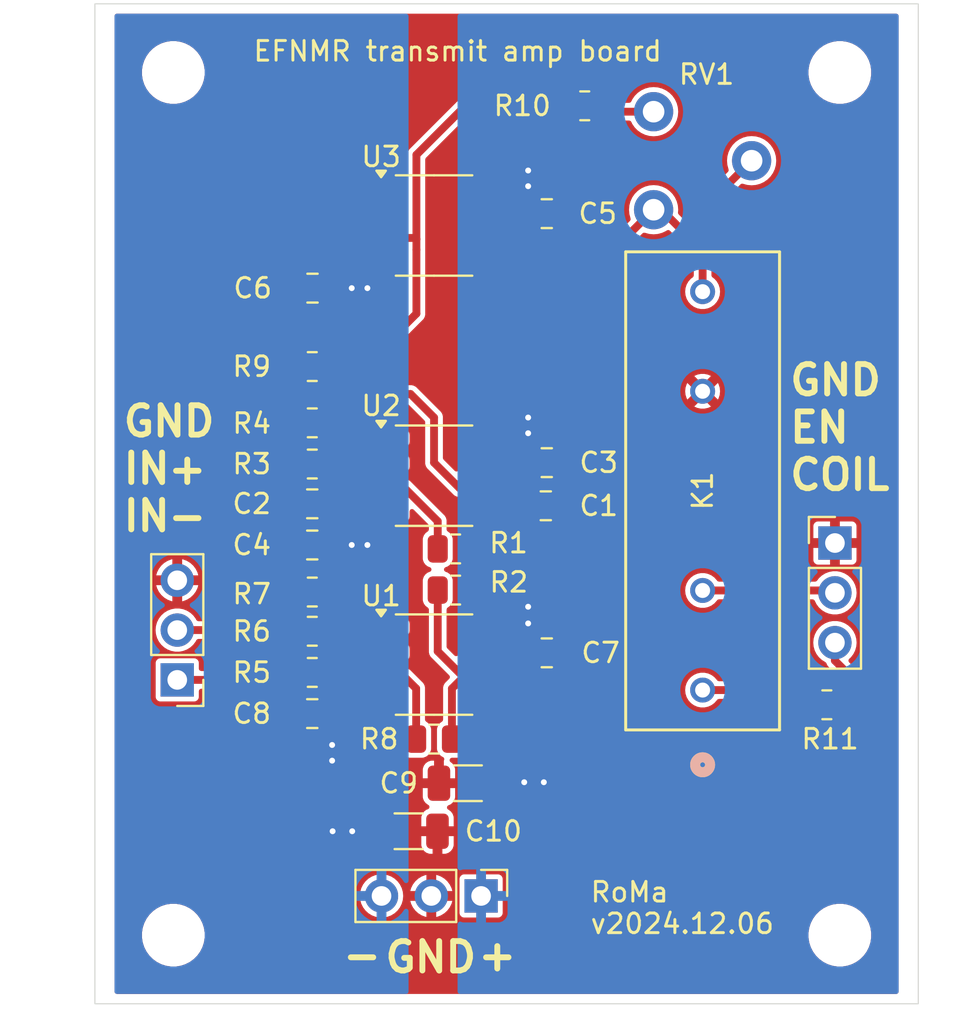
<source format=kicad_pcb>
(kicad_pcb (version 20240108) (generator "pcbnew") (generator_version "8.0")
  (layers (0 "F.Cu" signal) (31 "B.Cu" signal) (34 "B.Paste" user) (35 "F.Paste" user) (36 "B.SilkS" user "B.Silkscreen") (37 "F.SilkS" user "F.Silkscreen") (38 "B.Mask" user) (39 "F.Mask" user) (44 "Edge.Cuts" user))
  (net 0 "")
  (net 1 "Net-(C1-Pad2)")
  (net 2 "Net-(C1-Pad1)")
  (net 3 "Net-(U1-+)")
  (net 4 "GND")
  (net 5 "+9V")
  (net 6 "-9V")
  (net 7 "TX_ENABLE")
  (net 8 "IN_PLUS")
  (net 9 "IN_MINUS")
  (net 10 "TO_COIL")
  (net 11 "Net-(K1-Pad2)")
  (net 12 "Net-(K1-Pad1)")
  (net 13 "Net-(R2-Pad1)")
  (net 14 "Net-(U1--)")
  (net 15 "Net-(U3-+)")
  (net 16 "Net-(U2-+)")
  (net 17 "Net-(R10-Pad2)")
  (net 27 "Net-(U2--)")
  (footprint "Resistor_SMD:R_0805_2012Metric" (layer "F.Cu") (at 150.0875 77)
    (property "Reference" "R7" (at -3.0875 0.1 360) (layer "F.SilkS"))
    (property "Value" "2k")
    (fp_line (start -0.227064 -0.735) (end 0.227064 -0.735) (stroke (width 0.12)) (layer "F.SilkS"))
    (fp_line (start -0.227064 0.735) (end 0.227064 0.735) (stroke (width 0.12)) (layer "F.SilkS"))
    (pad "1" smd roundrect (at -0.9125 0) (size 1.025 1.4) (layers "F.Cu" "F.Paste" "F.Mask") (roundrect_rratio 0.243902) (net 4 "GND"))
    (pad "2" smd roundrect (at 0.9125 0) (size 1.025 1.4) (layers "F.Cu" "F.Paste" "F.Mask") (roundrect_rratio 0.243902) (net 14 "Net-(U1--)"))
  )
  (footprint "Capacitor_SMD:C_1206_3216Metric" (layer "F.Cu") (at 155 89.2 180)
    (property "Reference" "C10" (at -4.325 0 180) (layer "F.SilkS"))
    (property "Value" "1uF")
    (fp_line (start -0.711252 0.91) (end 0.711252 0.91) (stroke (width 0.12)) (layer "F.SilkS"))
    (fp_line (start -0.711252 -0.91) (end 0.711252 -0.91) (stroke (width 0.12)) (layer "F.SilkS"))
    (pad "1" smd roundrect (at -1.475 0 180) (size 1.15 1.8) (layers "F.Cu" "F.Paste" "F.Mask") (roundrect_rratio 0.217391) (net 4 "GND"))
    (pad "2" smd roundrect (at 1.475 0 180) (size 1.15 1.8) (layers "F.Cu" "F.Paste" "F.Mask") (roundrect_rratio 0.217391) (net 6 "-9V"))
  )
  (footprint "MountingHole:MountingHole_2.7mm_M2.5" (layer "F.Cu") (at 143 50.5)
    (property "Reference" "H2" (hide yes))
    (property "Value" "MountingHole")
    (pad "" np_thru_hole circle (at 0 0) (size 2.7 2.7) (drill 2.7) (layers "*.Cu" "*.Mask"))
  )
  (footprint "Capacitor_SMD:C_1206_3216Metric" (layer "F.Cu") (at 158.025 86.75)
    (property "Reference" "C9" (at -3.525 0 180) (layer "F.SilkS"))
    (property "Value" "1uF")
    (fp_line (start -0.711252 -0.91) (end 0.711252 -0.91) (stroke (width 0.12)) (layer "F.SilkS"))
    (fp_line (start -0.711252 0.91) (end 0.711252 0.91) (stroke (width 0.12)) (layer "F.SilkS"))
    (pad "1" smd roundrect (at -1.475 0) (size 1.15 1.8) (layers "F.Cu" "F.Paste" "F.Mask") (roundrect_rratio 0.217391) (net 4 "GND"))
    (pad "2" smd roundrect (at 1.475 0) (size 1.15 1.8) (layers "F.Cu" "F.Paste" "F.Mask") (roundrect_rratio 0.217391) (net 5 "+9V"))
  )
  (footprint "Relay_THT:IC4_HE3351A0500_LTF" (layer "F.Cu") (at 170 82 90)
    (property "Reference" "K1" (at 10.16 0 90) (layer "F.SilkS"))
    (property "Value" "~")
    (fp_circle (center -3.81 0) (end -3.429 0) (stroke (width 0.508)) (fill none) (layer "B.SilkS"))
    (fp_line (start 22.352 -3.9243) (end -2.032 -3.9243) (stroke (width 0.1524)) (layer "F.SilkS"))
    (fp_line (start -2.032 -3.9243) (end -2.032 3.9243) (stroke (width 0.1524)) (layer "F.SilkS"))
    (fp_line (start 22.352 3.9243) (end 22.352 -3.9243) (stroke (width 0.1524)) (layer "F.SilkS"))
    (fp_line (start -2.032 3.9243) (end 22.352 3.9243) (stroke (width 0.1524)) (layer "F.SilkS"))
    (fp_circle (center -3.81 0) (end -3.429 0) (stroke (width 0.508)) (fill none) (layer "F.SilkS"))
    (pad "1" thru_hole circle (at 0 0 90) (size 1.27 1.27) (drill 0.762) (layers "*.Cu" "*.Mask") (net 12 "Net-(K1-Pad1)"))
    (pad "2" thru_hole circle (at 20.32 0 90) (size 1.27 1.27) (drill 0.762) (layers "*.Cu" "*.Mask") (net 11 "Net-(K1-Pad2)"))
    (pad "A1" thru_hole circle (at 5.08 0 90) (size 1.27 1.27) (drill 0.762) (layers "*.Cu" "*.Mask") (net 7 "TX_ENABLE"))
    (pad "A2" thru_hole circle (at 15.24 0 90) (size 1.27 1.27) (drill 0.762) (layers "*.Cu" "*.Mask") (net 4 "GND"))
  )
  (footprint "Resistor_SMD:R_0805_2012Metric" (layer "F.Cu") (at 176.3375 82.75)
    (property "Reference" "R11" (at 0.1625 1.75 180) (layer "F.SilkS"))
    (property "Value" "1k")
    (fp_line (start -0.227064 -0.735) (end 0.227064 -0.735) (stroke (width 0.12)) (layer "F.SilkS"))
    (fp_line (start -0.227064 0.735) (end 0.227064 0.735) (stroke (width 0.12)) (layer "F.SilkS"))
    (pad "1" smd roundrect (at -0.9125 0) (size 1.025 1.4) (layers "F.Cu" "F.Paste" "F.Mask") (roundrect_rratio 0.243902) (net 12 "Net-(K1-Pad1)"))
    (pad "2" smd roundrect (at 0.9125 0) (size 1.025 1.4) (layers "F.Cu" "F.Paste" "F.Mask") (roundrect_rratio 0.243902) (net 10 "TO_COIL"))
  )
  (footprint "Capacitor_SMD:C_0805_2012Metric" (layer "F.Cu") (at 150.0875 74.6 180)
    (property "Reference" "C4" (at 3.0875 0 0) (layer "F.SilkS"))
    (property "Value" "100nF")
    (fp_line (start -0.261252 0.735) (end 0.261252 0.735) (stroke (width 0.12)) (layer "F.SilkS"))
    (fp_line (start -0.261252 -0.735) (end 0.261252 -0.735) (stroke (width 0.12)) (layer "F.SilkS"))
    (pad "1" smd roundrect (at -0.95 0 180) (size 1 1.45) (layers "F.Cu" "F.Paste" "F.Mask") (net 6 "-9V"))
    (pad "2" smd roundrect (at 0.95 0 180) (size 1 1.45) (layers "F.Cu" "F.Paste" "F.Mask") (net 4 "GND"))
  )
  (footprint "Capacitor_SMD:C_0805_2012Metric" (layer "F.Cu") (at 150.0875 83.2 180)
    (property "Reference" "C8" (at 3.0875 0 0) (layer "F.SilkS"))
    (property "Value" "100nF")
    (fp_line (start -0.261252 0.735) (end 0.261252 0.735) (stroke (width 0.12)) (layer "F.SilkS"))
    (fp_line (start -0.261252 -0.735) (end 0.261252 -0.735) (stroke (width 0.12)) (layer "F.SilkS"))
    (pad "1" smd roundrect (at -0.95 0 180) (size 1 1.45) (layers "F.Cu" "F.Paste" "F.Mask") (net 6 "-9V"))
    (pad "2" smd roundrect (at 0.95 0 180) (size 1 1.45) (layers "F.Cu" "F.Paste" "F.Mask") (net 4 "GND"))
  )
  (footprint "MountingHole:MountingHole_2.7mm_M2.5" (layer "F.Cu") (at 177 50.5)
    (property "Reference" "H3" (hide yes))
    (property "Value" "MountingHole")
    (pad "" np_thru_hole circle (at 0 0) (size 2.7 2.7) (drill 2.7) (layers "*.Cu" "*.Mask"))
  )
  (footprint "Connector_PinHeader_2.54mm:PinHeader_1x03_P2.54mm_Vertical" (layer "F.Cu") (at 143.2 81.48 180)
    (property "Reference" "J1" (hide yes))
    (property "Value" "Conn_01x03_Pin")
    (fp_line (start 1.33 1.27) (end 1.33 6.41) (stroke (width 0.12)) (layer "F.SilkS"))
    (fp_line (start -1.33 6.41) (end 1.33 6.41) (stroke (width 0.12)) (layer "F.SilkS"))
    (fp_line (start -1.33 1.27) (end 1.33 1.27) (stroke (width 0.12)) (layer "F.SilkS"))
    (fp_line (start -1.33 1.27) (end -1.33 6.41) (stroke (width 0.12)) (layer "F.SilkS"))
    (fp_line (start -1.33 0) (end -1.33 -1.33) (stroke (width 0.12)) (layer "F.SilkS"))
    (fp_line (start -1.33 -1.33) (end 0 -1.33) (stroke (width 0.12)) (layer "F.SilkS"))
    (pad "1" thru_hole rect (at 0 0 180) (size 1.7 1.7) (drill 1) (layers "*.Cu" "*.Mask") (net 9 "IN_MINUS"))
    (pad "2" thru_hole oval (at 0 2.54 180) (size 1.7 1.7) (drill 1) (layers "*.Cu" "*.Mask") (net 8 "IN_PLUS"))
    (pad "3" thru_hole oval (at 0 5.08 180) (size 1.7 1.7) (drill 1) (layers "*.Cu" "*.Mask") (net 4 "GND"))
  )
  (footprint "Capacitor_SMD:C_0805_2012Metric" (layer "F.Cu") (at 162.05 80.1)
    (property "Reference" "C7" (at 2.75 0 0) (layer "F.SilkS"))
    (property "Value" "100nF")
    (fp_line (start -0.261252 -0.735) (end 0.261252 -0.735) (stroke (width 0.12)) (layer "F.SilkS"))
    (fp_line (start -0.261252 0.735) (end 0.261252 0.735) (stroke (width 0.12)) (layer "F.SilkS"))
    (pad "1" smd roundrect (at -0.95 0) (size 1 1.45) (layers "F.Cu" "F.Paste" "F.Mask") (net 5 "+9V"))
    (pad "2" smd roundrect (at 0.95 0) (size 1 1.45) (layers "F.Cu" "F.Paste" "F.Mask") (net 4 "GND"))
  )
  (footprint "Resistor_SMD:R_0805_2012Metric" (layer "F.Cu") (at 157.4 74.8 180)
    (property "Reference" "R1" (at -2.7 0.3 180) (layer "F.SilkS"))
    (property "Value" "47k")
    (fp_line (start -0.227064 0.735) (end 0.227064 0.735) (stroke (width 0.12)) (layer "F.SilkS"))
    (fp_line (start -0.227064 -0.735) (end 0.227064 -0.735) (stroke (width 0.12)) (layer "F.SilkS"))
    (pad "1" smd roundrect (at -0.9125 0 180) (size 1.025 1.4) (layers "F.Cu" "F.Paste" "F.Mask") (roundrect_rratio 0.243902) (net 2 "Net-(C1-Pad1)"))
    (pad "2" smd roundrect (at 0.9125 0 180) (size 1.025 1.4) (layers "F.Cu" "F.Paste" "F.Mask") (roundrect_rratio 0.243902) (net 16 "Net-(U2-+)"))
  )
  (footprint "Capacitor_SMD:C_0805_2012Metric" (layer "F.Cu") (at 150.0875 72.5)
    (property "Reference" "C2" (at -3.0875 0 0) (layer "F.SilkS"))
    (property "Value" "1nF")
    (fp_line (start -0.261252 -0.735) (end 0.261252 -0.735) (stroke (width 0.12)) (layer "F.SilkS"))
    (fp_line (start -0.261252 0.735) (end 0.261252 0.735) (stroke (width 0.12)) (layer "F.SilkS"))
    (pad "1" smd roundrect (at -0.95 0) (size 1 1.45) (layers "F.Cu" "F.Paste" "F.Mask") (net 4 "GND"))
    (pad "2" smd roundrect (at 0.95 0) (size 1 1.45) (layers "F.Cu" "F.Paste" "F.Mask") (net 16 "Net-(U2-+)"))
  )
  (footprint "Capacitor_SMD:C_0805_2012Metric" (layer "F.Cu") (at 162.05 70.4)
    (property "Reference" "C3" (at 2.65 0 0) (layer "F.SilkS"))
    (property "Value" "100nF")
    (fp_line (start -0.261252 -0.735) (end 0.261252 -0.735) (stroke (width 0.12)) (layer "F.SilkS"))
    (fp_line (start -0.261252 0.735) (end 0.261252 0.735) (stroke (width 0.12)) (layer "F.SilkS"))
    (pad "1" smd roundrect (at -0.95 0) (size 1 1.45) (layers "F.Cu" "F.Paste" "F.Mask") (net 5 "+9V"))
    (pad "2" smd roundrect (at 0.95 0) (size 1 1.45) (layers "F.Cu" "F.Paste" "F.Mask") (net 4 "GND"))
  )
  (footprint "MountingHole:MountingHole_2.7mm_M2.5" (layer "F.Cu") (at 143 94.5)
    (property "Reference" "H1" (hide yes))
    (property "Value" "MountingHole")
    (pad "" np_thru_hole circle (at 0 0) (size 2.7 2.7) (drill 2.7) (layers "*.Cu" "*.Mask"))
  )
  (footprint "Resistor_SMD:R_0805_2012Metric" (layer "F.Cu") (at 156.3 84.5)
    (property "Reference" "R8" (at -2.8 0 0) (layer "F.SilkS"))
    (property "Value" "2k")
    (fp_line (start -0.227064 -0.735) (end 0.227064 -0.735) (stroke (width 0.12)) (layer "F.SilkS"))
    (fp_line (start -0.227064 0.735) (end 0.227064 0.735) (stroke (width 0.12)) (layer "F.SilkS"))
    (pad "1" smd roundrect (at -0.9125 0) (size 1.025 1.4) (layers "F.Cu" "F.Paste" "F.Mask") (roundrect_rratio 0.243902) (net 3 "Net-(U1-+)"))
    (pad "2" smd roundrect (at 0.9125 0) (size 1.025 1.4) (layers "F.Cu" "F.Paste" "F.Mask") (roundrect_rratio 0.243902) (net 13 "Net-(R2-Pad1)"))
  )
  (footprint "Resistor_SMD:R_0805_2012Metric" (layer "F.Cu") (at 163.9875 52.2)
    (property "Reference" "R10" (at -3.1875 0 0) (layer "F.SilkS"))
    (property "Value" "10k")
    (fp_line (start -0.227064 -0.735) (end 0.227064 -0.735) (stroke (width 0.12)) (layer "F.SilkS"))
    (fp_line (start -0.227064 0.735) (end 0.227064 0.735) (stroke (width 0.12)) (layer "F.SilkS"))
    (pad "1" smd roundrect (at -0.9125 0) (size 1.025 1.4) (layers "F.Cu" "F.Paste" "F.Mask") (roundrect_rratio 0.243902) (net 15 "Net-(U3-+)"))
    (pad "2" smd roundrect (at 0.9125 0) (size 1.025 1.4) (layers "F.Cu" "F.Paste" "F.Mask") (roundrect_rratio 0.243902) (net 17 "Net-(R10-Pad2)"))
  )
  (footprint "Capacitor_SMD:C_0805_2012Metric" (layer "F.Cu") (at 150.1 61.5 180)
    (property "Reference" "C6" (at 3.05 0 0) (layer "F.SilkS"))
    (property "Value" "100nF")
    (fp_line (start -0.261252 0.735) (end 0.261252 0.735) (stroke (width 0.12)) (layer "F.SilkS"))
    (fp_line (start -0.261252 -0.735) (end 0.261252 -0.735) (stroke (width 0.12)) (layer "F.SilkS"))
    (pad "1" smd roundrect (at -0.95 0 180) (size 1 1.45) (layers "F.Cu" "F.Paste" "F.Mask") (net 6 "-9V"))
    (pad "2" smd roundrect (at 0.95 0 180) (size 1 1.45) (layers "F.Cu" "F.Paste" "F.Mask") (net 4 "GND"))
  )
  (footprint "Connector_PinHeader_2.54mm:PinHeader_1x03_P2.54mm_Vertical" (layer "F.Cu") (at 176.75 74.5)
    (property "Reference" "J2" (hide yes))
    (property "Value" "Conn_01x03_Pin")
    (fp_line (start -1.33 -1.33) (end 0 -1.33) (stroke (width 0.12)) (layer "F.SilkS"))
    (fp_line (start -1.33 0) (end -1.33 -1.33) (stroke (width 0.12)) (layer "F.SilkS"))
    (fp_line (start -1.33 1.27) (end -1.33 6.41) (stroke (width 0.12)) (layer "F.SilkS"))
    (fp_line (start -1.33 1.27) (end 1.33 1.27) (stroke (width 0.12)) (layer "F.SilkS"))
    (fp_line (start -1.33 6.41) (end 1.33 6.41) (stroke (width 0.12)) (layer "F.SilkS"))
    (fp_line (start 1.33 1.27) (end 1.33 6.41) (stroke (width 0.12)) (layer "F.SilkS"))
    (pad "1" thru_hole rect (at 0 0) (size 1.7 1.7) (drill 1) (layers "*.Cu" "*.Mask") (net 4 "GND"))
    (pad "2" thru_hole oval (at 0 2.54) (size 1.7 1.7) (drill 1) (layers "*.Cu" "*.Mask") (net 7 "TX_ENABLE"))
    (pad "3" thru_hole oval (at 0 5.08) (size 1.7 1.7) (drill 1) (layers "*.Cu" "*.Mask") (net 10 "TO_COIL"))
  )
  (footprint "Capacitor_SMD:C_0805_2012Metric" (layer "F.Cu") (at 162.05 57.7)
    (property "Reference" "C5" (at 2.6 0 0) (layer "F.SilkS"))
    (property "Value" "100nF")
    (fp_line (start -0.261252 -0.735) (end 0.261252 -0.735) (stroke (width 0.12)) (layer "F.SilkS"))
    (fp_line (start -0.261252 0.735) (end 0.261252 0.735) (stroke (width 0.12)) (layer "F.SilkS"))
    (pad "1" smd roundrect (at -0.95 0) (size 1 1.45) (layers "F.Cu" "F.Paste" "F.Mask") (net 5 "+9V"))
    (pad "2" smd roundrect (at 0.95 0) (size 1 1.45) (layers "F.Cu" "F.Paste" "F.Mask") (net 4 "GND"))
  )
  (footprint "Capacitor_SMD:C_0805_2012Metric" (layer "F.Cu") (at 162 72.6 180)
    (property "Reference" "C1" (at -2.7 0 360) (layer "F.SilkS"))
    (property "Value" "1nF")
    (fp_line (start -0.261252 0.735) (end 0.261252 0.735) (stroke (width 0.12)) (layer "F.SilkS"))
    (fp_line (start -0.261252 -0.735) (end 0.261252 -0.735) (stroke (width 0.12)) (layer "F.SilkS"))
    (pad "1" smd roundrect (at -0.95 0 180) (size 1 1.45) (layers "F.Cu" "F.Paste" "F.Mask") (net 2 "Net-(C1-Pad1)"))
    (pad "2" smd roundrect (at 0.95 0 180) (size 1 1.45) (layers "F.Cu" "F.Paste" "F.Mask") (net 1 "Net-(C1-Pad2)"))
  )
  (footprint "Resistor_SMD:R_0805_2012Metric" (layer "F.Cu") (at 150.0875 79 180)
    (property "Reference" "R6" (at 3.0875 -0.005 0) (layer "F.SilkS"))
    (property "Value" "2k")
    (fp_line (start -0.227064 0.735) (end 0.227064 0.735) (stroke (width 0.12)) (layer "F.SilkS"))
    (fp_line (start -0.227064 -0.735) (end 0.227064 -0.735) (stroke (width 0.12)) (layer "F.SilkS"))
    (pad "1" smd roundrect (at -0.9125 0 180) (size 1.025 1.4) (layers "F.Cu" "F.Paste" "F.Mask") (roundrect_rratio 0.243902) (net 14 "Net-(U1--)"))
    (pad "2" smd roundrect (at 0.9125 0 180) (size 1.025 1.4) (layers "F.Cu" "F.Paste" "F.Mask") (roundrect_rratio 0.243902) (net 8 "IN_PLUS"))
  )
  (footprint "Resistor_SMD:R_0805_2012Metric" (layer "F.Cu") (at 157.4 76.9)
    (property "Reference" "R2" (at 2.7125 -0.4 360) (layer "F.SilkS"))
    (property "Value" "47k")
    (fp_line (start -0.227064 -0.735) (end 0.227064 -0.735) (stroke (width 0.12)) (layer "F.SilkS"))
    (fp_line (start -0.227064 0.735) (end 0.227064 0.735) (stroke (width 0.12)) (layer "F.SilkS"))
    (pad "1" smd roundrect (at -0.9125 0) (size 1.025 1.4) (layers "F.Cu" "F.Paste" "F.Mask") (roundrect_rratio 0.243902) (net 13 "Net-(R2-Pad1)"))
    (pad "2" smd roundrect (at 0.9125 0) (size 1.025 1.4) (layers "F.Cu" "F.Paste" "F.Mask") (roundrect_rratio 0.243902) (net 2 "Net-(C1-Pad1)"))
  )
  (footprint "MountingHole:MountingHole_2.7mm_M2.5" (layer "F.Cu") (at 177 94.5)
    (property "Reference" "H4" (hide yes))
    (property "Value" "MountingHole")
    (pad "" np_thru_hole circle (at 0 0) (size 2.7 2.7) (drill 2.7) (layers "*.Cu" "*.Mask"))
  )
  (footprint "Package_SO:SOIC-8_3.9x4.9mm_P1.27mm" (layer "F.Cu") (at 156.3 80.7)
    (property "Reference" "U1" (at -2.7 -3.5 0) (layer "F.SilkS"))
    (property "Value" "TL071")
    (fp_line (start 0 -2.56) (end -1.95 -2.56) (stroke (width 0.12)) (layer "F.SilkS"))
    (fp_line (start 0 -2.56) (end 1.95 -2.56) (stroke (width 0.12)) (layer "F.SilkS"))
    (fp_line (start 0 2.56) (end -1.95 2.56) (stroke (width 0.12)) (layer "F.SilkS"))
    (fp_line (start 0 2.56) (end 1.95 2.56) (stroke (width 0.12)) (layer "F.SilkS"))
    (fp_poly (pts (xy -2.7 -2.465) (xy -2.94 -2.795) (xy -2.46 -2.795) (xy -2.7 -2.465)) (stroke (width 0.12)) (fill solid) (layer "F.SilkS"))
    (pad "1" smd roundrect (at -2.475 -1.905) (size 1.95 0.6) (layers "F.Cu" "F.Paste" "F.Mask"))
    (pad "2" smd roundrect (at -2.475 -0.635) (size 1.95 0.6) (layers "F.Cu" "F.Paste" "F.Mask") (net 14 "Net-(U1--)"))
    (pad "3" smd roundrect (at -2.475 0.635) (size 1.95 0.6) (layers "F.Cu" "F.Paste" "F.Mask") (net 3 "Net-(U1-+)"))
    (pad "4" smd roundrect (at -2.475 1.905) (size 1.95 0.6) (layers "F.Cu" "F.Paste" "F.Mask") (net 6 "-9V"))
    (pad "5" smd roundrect (at 2.475 1.905) (size 1.95 0.6) (layers "F.Cu" "F.Paste" "F.Mask"))
    (pad "6" smd roundrect (at 2.475 0.635) (size 1.95 0.6) (layers "F.Cu" "F.Paste" "F.Mask") (net 13 "Net-(R2-Pad1)"))
    (pad "7" smd roundrect (at 2.475 -0.635) (size 1.95 0.6) (layers "F.Cu" "F.Paste" "F.Mask") (net 5 "+9V"))
    (pad "8" smd roundrect (at 2.475 -1.905) (size 1.95 0.6) (layers "F.Cu" "F.Paste" "F.Mask"))
  )
  (footprint "Potentiometer_THT:Potentiometer_Kyocera_AVX_601040" (layer "F.Cu") (at 170 55 -90)
    (property "Reference" "RV1" (at -4.4 -0.2 0) (layer "F.SilkS"))
    (property "Value" "R_Potentiometer_Trim")
    (pad "1" thru_hole circle (at -2.5 2.5 270) (size 2 2) (drill 1.1) (layers "*.Cu" "*.Mask") (net 17 "Net-(R10-Pad2)"))
    (pad "2" thru_hole circle (at 0 -2.5 270) (size 2 2) (drill 1.1) (layers "*.Cu" "*.Mask") (net 11 "Net-(K1-Pad2)"))
    (pad "3" thru_hole circle (at 2.5 2.5 270) (size 2 2) (drill 1.1) (layers "*.Cu" "*.Mask") (net 11 "Net-(K1-Pad2)"))
  )
  (footprint "Resistor_SMD:R_0805_2012Metric" (layer "F.Cu") (at 150.0875 68.37 180)
    (property "Reference" "R4" (at 3.0875 -0.03 0) (layer "F.SilkS"))
    (property "Value" "12k")
    (fp_line (start -0.227064 0.735) (end 0.227064 0.735) (stroke (width 0.12)) (layer "F.SilkS"))
    (fp_line (start -0.227064 -0.735) (end 0.227064 -0.735) (stroke (width 0.12)) (layer "F.SilkS"))
    (pad "1" smd roundrect (at -0.9125 0 180) (size 1.025 1.4) (layers "F.Cu" "F.Paste" "F.Mask") (roundrect_rratio 0.243902) (net 27 "Net-(U2--)"))
    (pad "2" smd roundrect (at 0.9125 0 180) (size 1.025 1.4) (layers "F.Cu" "F.Paste" "F.Mask") (roundrect_rratio 0.243902) (net 1 "Net-(C1-Pad2)"))
  )
  (footprint "Package_SO:SOIC-8_3.9x4.9mm_P1.27mm" (layer "F.Cu") (at 156.3 58.305)
    (property "Reference" "U3" (at -2.7 -3.505 0) (layer "F.SilkS"))
    (property "Value" "TL071")
    (fp_line (start 0 -2.56) (end -1.95 -2.56) (stroke (width 0.12)) (layer "F.SilkS"))
    (fp_line (start 0 -2.56) (end 1.95 -2.56) (stroke (width 0.12)) (layer "F.SilkS"))
    (fp_line (start 0 2.56) (end -1.95 2.56) (stroke (width 0.12)) (layer "F.SilkS"))
    (fp_line (start 0 2.56) (end 1.95 2.56) (stroke (width 0.12)) (layer "F.SilkS"))
    (fp_poly (pts (xy -2.7 -2.465) (xy -2.94 -2.795) (xy -2.46 -2.795) (xy -2.7 -2.465)) (stroke (width 0.12)) (fill solid) (layer "F.SilkS"))
    (pad "1" smd roundrect (at -2.475 -1.905) (size 1.95 0.6) (layers "F.Cu" "F.Paste" "F.Mask"))
    (pad "2" smd roundrect (at -2.475 -0.635) (size 1.95 0.6) (layers "F.Cu" "F.Paste" "F.Mask") (net 4 "GND"))
    (pad "3" smd roundrect (at -2.475 0.635) (size 1.95 0.6) (layers "F.Cu" "F.Paste" "F.Mask") (net 15 "Net-(U3-+)"))
    (pad "4" smd roundrect (at -2.475 1.905) (size 1.95 0.6) (layers "F.Cu" "F.Paste" "F.Mask") (net 6 "-9V"))
    (pad "5" smd roundrect (at 2.475 1.905) (size 1.95 0.6) (layers "F.Cu" "F.Paste" "F.Mask"))
    (pad "6" smd roundrect (at 2.475 0.635) (size 1.95 0.6) (layers "F.Cu" "F.Paste" "F.Mask") (net 11 "Net-(K1-Pad2)"))
    (pad "7" smd roundrect (at 2.475 -0.635) (size 1.95 0.6) (layers "F.Cu" "F.Paste" "F.Mask") (net 5 "+9V"))
    (pad "8" smd roundrect (at 2.475 -1.905) (size 1.95 0.6) (layers "F.Cu" "F.Paste" "F.Mask"))
  )
  (footprint "Resistor_SMD:R_0805_2012Metric" (layer "F.Cu") (at 150.0875 70.47)
    (property "Reference" "R3" (at -3.0875 0 0) (layer "F.SilkS"))
    (property "Value" "47k")
    (fp_line (start -0.227064 -0.735) (end 0.227064 -0.735) (stroke (width 0.12)) (layer "F.SilkS"))
    (fp_line (start -0.227064 0.735) (end 0.227064 0.735) (stroke (width 0.12)) (layer "F.SilkS"))
    (pad "1" smd roundrect (at -0.9125 0) (size 1.025 1.4) (layers "F.Cu" "F.Paste" "F.Mask") (roundrect_rratio 0.243902) (net 4 "GND"))
    (pad "2" smd roundrect (at 0.9125 0) (size 1.025 1.4) (layers "F.Cu" "F.Paste" "F.Mask") (roundrect_rratio 0.243902) (net 27 "Net-(U2--)"))
  )
  (footprint "Resistor_SMD:R_0805_2012Metric" (layer "F.Cu") (at 150.0875 81.1)
    (property "Reference" "R5" (at -3.0875 0.005 0) (layer "F.SilkS"))
    (property "Value" "2k")
    (fp_line (start -0.227064 -0.735) (end 0.227064 -0.735) (stroke (width 0.12)) (layer "F.SilkS"))
    (fp_line (start -0.227064 0.735) (end 0.227064 0.735) (stroke (width 0.12)) (layer "F.SilkS"))
    (pad "1" smd roundrect (at -0.9125 0) (size 1.025 1.4) (layers "F.Cu" "F.Paste" "F.Mask") (roundrect_rratio 0.243902) (net 9 "IN_MINUS"))
    (pad "2" smd roundrect (at 0.9125 0) (size 1.025 1.4) (layers "F.Cu" "F.Paste" "F.Mask") (roundrect_rratio 0.243902) (net 3 "Net-(U1-+)"))
  )
  (footprint "Resistor_SMD:R_0805_2012Metric" (layer "F.Cu") (at 150.0875 65.5)
    (property "Reference" "R9" (at -3.0875 0 0) (layer "F.SilkS"))
    (property "Value" "10k")
    (fp_line (start -0.227064 -0.735) (end 0.227064 -0.735) (stroke (width 0.12)) (layer "F.SilkS"))
    (fp_line (start -0.227064 0.735) (end 0.227064 0.735) (stroke (width 0.12)) (layer "F.SilkS"))
    (pad "1" smd roundrect (at -0.9125 0) (size 1.025 1.4) (layers "F.Cu" "F.Paste" "F.Mask") (roundrect_rratio 0.243902) (net 1 "Net-(C1-Pad2)"))
    (pad "2" smd roundrect (at 0.9125 0) (size 1.025 1.4) (layers "F.Cu" "F.Paste" "F.Mask") (roundrect_rratio 0.243902) (net 15 "Net-(U3-+)"))
  )
  (footprint "Connector_PinHeader_2.54mm:PinHeader_1x03_P2.54mm_Vertical" (layer "F.Cu") (at 158.7 92.5 -90)
    (property "Reference" "J3" (hide yes))
    (property "Value" "Conn_01x03_Pin")
    (fp_line (start -1.33 6.41) (end 1.33 6.41) (stroke (width 0.12)) (layer "F.SilkS"))
    (fp_line (start -1.33 1.27) (end -1.33 6.41) (stroke (width 0.12)) (layer "F.SilkS"))
    (fp_line (start -1.33 1.27) (end 1.33 1.27) (stroke (width 0.12)) (layer "F.SilkS"))
    (fp_line (start 1.33 1.27) (end 1.33 6.41) (stroke (width 0.12)) (layer "F.SilkS"))
    (fp_line (start -1.33 0) (end -1.33 -1.33) (stroke (width 0.12)) (layer "F.SilkS"))
    (fp_line (start -1.33 -1.33) (end 0 -1.33) (stroke (width 0.12)) (layer "F.SilkS"))
    (pad "1" thru_hole rect (at 0 0 270) (size 1.7 1.7) (drill 1) (layers "*.Cu" "*.Mask") (net 5 "+9V"))
    (pad "2" thru_hole oval (at 0 2.54 270) (size 1.7 1.7) (drill 1) (layers "*.Cu" "*.Mask") (net 4 "GND"))
    (pad "3" thru_hole oval (at 0 5.08 270) (size 1.7 1.7) (drill 1) (layers "*.Cu" "*.Mask") (net 6 "-9V"))
  )
  (footprint "Package_SO:SOIC-8_3.9x4.9mm_P1.27mm" (layer "F.Cu") (at 156.3 71.065)
    (property "Reference" "U2" (at -2.7 -3.565 0) (layer "F.SilkS"))
    (property "Value" "TL071")
    (fp_line (start 0 -2.56) (end -1.95 -2.56) (stroke (width 0.12)) (layer "F.SilkS"))
    (fp_line (start 0 -2.56) (end 1.95 -2.56) (stroke (width 0.12)) (layer "F.SilkS"))
    (fp_line (start 0 2.56) (end -1.95 2.56) (stroke (width 0.12)) (layer "F.SilkS"))
    (fp_line (start 0 2.56) (end 1.95 2.56) (stroke (width 0.12)) (layer "F.SilkS"))
    (fp_poly (pts (xy -2.7 -2.465) (xy -2.94 -2.795) (xy -2.46 -2.795) (xy -2.7 -2.465)) (stroke (width 0.12)) (fill solid) (layer "F.SilkS"))
    (pad "1" smd roundrect (at -2.475 -1.905) (size 1.95 0.6) (layers "F.Cu" "F.Paste" "F.Mask"))
    (pad "2" smd roundrect (at -2.475 -0.635) (size 1.95 0.6) (layers "F.Cu" "F.Paste" "F.Mask") (net 27 "Net-(U2--)"))
    (pad "3" smd roundrect (at -2.475 0.635) (size 1.95 0.6) (layers "F.Cu" "F.Paste" "F.Mask") (net 16 "Net-(U2-+)"))
    (pad "4" smd roundrect (at -2.475 1.905) (size 1.95 0.6) (layers "F.Cu" "F.Paste" "F.Mask") (net 6 "-9V"))
    (pad "5" smd roundrect (at 2.475 1.905) (size 1.95 0.6) (layers "F.Cu" "F.Paste" "F.Mask"))
    (pad "6" smd roundrect (at 2.475 0.635) (size 1.95 0.6) (layers "F.Cu" "F.Paste" "F.Mask") (net 1 "Net-(C1-Pad2)"))
    (pad "7" smd roundrect (at 2.475 -0.635) (size 1.95 0.6) (layers "F.Cu" "F.Paste" "F.Mask") (net 5 "+9V"))
    (pad "8" smd roundrect (at 2.475 -1.905) (size 1.95 0.6) (layers "F.Cu" "F.Paste" "F.Mask"))
  )
  (gr_rect (start 139 47) (end 181 98) (stroke (width 0.05)) (fill none) (layer "Edge.Cuts"))
  (gr_text "RoMa\nv2024.12.06" (at 164.2 94.5 0) (layer "F.SilkS") (effects (font (size 1 1)) (justify left bottom)))
  (gr_text "-" (at 151.5 96.4 0) (layer "F.SilkS") (effects (font (size 1.5 1.5) (thickness 0.3) (bold yes)) (justify left bottom)))
  (gr_text "GND" (at 153.65 96.5 0) (layer "F.SilkS") (effects (font (size 1.5 1.5) (thickness 0.3) (bold yes)) (justify left bottom)))
  (gr_text "EFNMR transmit amp board" (at 147 50 0) (layer "F.SilkS") (effects (font (size 1 1)) (justify left bottom)))
  (gr_text "+" (at 158.4 96.4 0) (layer "F.SilkS") (effects (font (size 1.5 1.5) (thickness 0.3) (bold yes)) (justify left bottom)))
  (gr_text "GND\nIN+\nIN-" (at 140.3 74 0) (layer "F.SilkS") (effects (font (size 1.5 1.5) (thickness 0.3) (bold yes)) (justify left bottom)))
  (gr_text "GND\nEN\nCOIL" (at 174.3 71.9 0) (layer "F.SilkS") (effects (font (size 1.5 1.5) (thickness 0.3) (bold yes)) (justify left bottom)))
  (segment (start 155.1 66.9) (end 156.3 68.1) (width 0.4) (layer "F.Cu") (net 1))
  (segment (start 156.3 70.4) (end 157.6 71.7) (width 0.4) (layer "F.Cu") (net 1))
  (segment (start 157.6 71.7) (end 158.775 71.7) (width 0.4) (layer "F.Cu") (net 1))
  (segment (start 158.775 71.7) (end 160.15 71.7) (width 0.4) (layer "F.Cu") (net 1))
  (segment (start 149.175 68.37) (end 149.175 66.9) (width 0.4) (layer "F.Cu") (net 1))
  (segment (start 149.175 66.9) (end 155.1 66.9) (width 0.4) (layer "F.Cu") (net 1))
  (segment (start 149.175 66.9) (end 149.175 65.5) (width 0.4) (layer "F.Cu") (net 1))
  (segment (start 160.15 71.7) (end 161.05 72.6) (width 0.4) (layer "F.Cu") (net 1))
  (segment (start 156.3 68.1) (end 156.3 70.4) (width 0.4) (layer "F.Cu") (net 1))
  (segment (start 160.75 74.8) (end 162.95 72.6) (width 0.4) (layer "F.Cu") (net 2))
  (segment (start 158.3125 74.8) (end 160.75 74.8) (width 0.4) (layer "F.Cu") (net 2))
  (segment (start 158.3125 74.8) (end 158.3125 76.9) (width 0.4) (layer "F.Cu") (net 2))
  (segment (start 154.799999 81.335) (end 153.825 81.335) (width 0.4) (layer "F.Cu") (net 3))
  (segment (start 155.3875 81.922501) (end 154.799999 81.335) (width 0.4) (layer "F.Cu") (net 3))
  (segment (start 155.3875 84.5) (end 155.3875 81.922501) (width 0.4) (layer "F.Cu") (net 3))
  (segment (start 151.235 81.335) (end 151 81.1) (width 0.4) (layer "F.Cu") (net 3))
  (segment (start 153.825 81.335) (end 151.235 81.335) (width 0.4) (layer "F.Cu") (net 3))
  (segment (start 153.825 57.67) (end 151.03 57.67) (width 0.4) (layer "F.Cu") (net 4))
  (segment (start 149.15 59.55) (end 149.15 61.5) (width 0.4) (layer "F.Cu") (net 4))
  (segment (start 151.03 57.67) (end 149.15 59.55) (width 0.4) (layer "F.Cu") (net 4))
  (segment (start 161.1 80.1) (end 158.81 80.1) (width 0.4) (layer "F.Cu") (net 5))
  (segment (start 161.1 57.7) (end 161.1 56.3) (width 0.4) (layer "F.Cu") (net 5))
  (segment (start 158.805 70.4) (end 158.775 70.43) (width 0.4) (layer "F.Cu") (net 5))
  (segment (start 158.775 57.67) (end 161.07 57.67) (width 0.4) (layer "F.Cu") (net 5))
  (segment (start 161.1 70.4) (end 161.1 68.9) (width 0.4) (layer "F.Cu") (net 5))
  (segment (start 161.2 70.4) (end 158.805 70.4) (width 0.4) (layer "F.Cu") (net 5))
  (segment (start 158.81 80.1) (end 158.775 80.065) (width 0.4) (layer "F.Cu") (net 5))
  (segment (start 161.1 68.9) (end 161.1 68.1) (width 0.4) (layer "F.Cu") (net 5))
  (segment (start 161.1 78.6) (end 161.1 77.75) (width 0.4) (layer "F.Cu") (net 5))
  (segment (start 159.55 86.7) (end 159.5 86.75) (width 0.4) (layer "F.Cu") (net 5))
  (segment (start 161.1 80.1) (end 161.1 78.6) (width 0.4) (layer "F.Cu") (net 5))
  (segment (start 161.9 86.7) (end 160.9 86.7) (width 0.4) (layer "F.Cu") (net 5))
  (segment (start 160.9 86.7) (end 159.55 86.7) (width 0.4) (layer "F.Cu") (net 5))
  (segment (start 161.1 56.3) (end 161.1 55.5) (width 0.4) (layer "F.Cu") (net 5))
  (segment (start 161.07 57.67) (end 161.1 57.7) (width 0.4) (layer "F.Cu") (net 5))
  (via (at 161.1 77.75) (size 0.6) (drill 0.3) (layers "F.Cu" "B.Cu") (net 5))
  (via (at 161.1 68.1) (size 0.6) (drill 0.3) (layers "F.Cu" "B.Cu") (net 5))
  (via (at 160.9 86.7) (size 0.6) (drill 0.3) (layers "F.Cu" "B.Cu") (net 5))
  (via (at 161.1 56.3) (size 0.6) (drill 0.3) (layers "F.Cu" "B.Cu") (net 5))
  (via (at 161.1 68.9) (size 0.6) (drill 0.3) (layers "F.Cu" "B.Cu") (net 5))
  (via (at 161.9 86.7) (size 0.6) (drill 0.3) (layers "F.Cu" "B.Cu") (net 5))
  (via (at 161.1 55.5) (size 0.6) (drill 0.3) (layers "F.Cu" "B.Cu") (net 5))
  (via (at 161.1 78.6) (size 0.6) (drill 0.3) (layers "F.Cu" "B.Cu") (net 5))
  (segment (start 153.825 60.575) (end 153.825 60.21) (width 0.4) (layer "F.Cu") (net 6))
  (segment (start 151.1 83.2625) (end 151.0375 83.2) (width 0.4) (layer "F.Cu") (net 6))
  (segment (start 152.1 74.6) (end 152.9 74.6) (width 0.4) (layer "F.Cu") (net 6))
  (segment (start 153.825 82.605) (end 151.6325 82.605) (width 0.4) (layer "F.Cu") (net 6))
  (segment (start 151.1 85.6) (end 151.1 84.8) (width 0.4) (layer "F.Cu") (net 6))
  (segment (start 151.6325 82.605) (end 151.0375 83.2) (width 0.4) (layer "F.Cu") (net 6))
  (segment (start 152.9 61.5) (end 153.825 60.575) (width 0.4) (layer "F.Cu") (net 6))
  (segment (start 153.825 73.675) (end 153.825 72.97) (width 0.4) (layer "F.Cu") (net 6))
  (segment (start 152.9 74.6) (end 153.825 73.675) (width 0.4) (layer "F.Cu") (net 6))
  (segment (start 153.525 89.2) (end 152.125 89.2) (width 0.4) (layer "F.Cu") (net 6))
  (segment (start 151.0375 74.6) (end 152.1 74.6) (width 0.4) (layer "F.Cu") (net 6))
  (segment (start 151.05 61.5) (end 152.1 61.5) (width 0.4) (layer "F.Cu") (net 6))
  (segment (start 152.1 61.5) (end 152.9 61.5) (width 0.4) (layer "F.Cu") (net 6))
  (segment (start 151.1 84.8) (end 151.1 83.2625) (width 0.4) (layer "F.Cu") (net 6))
  (segment (start 152.125 89.2) (end 151.125 89.2) (width 0.4) (layer "F.Cu") (net 6))
  (via (at 152.1 61.5) (size 0.6) (drill 0.3) (layers "F.Cu" "B.Cu") (net 6))
  (via (at 152.1 74.6) (size 0.6) (drill 0.3) (layers "F.Cu" "B.Cu") (net 6))
  (via (at 151.125 89.2) (size 0.6) (drill 0.3) (layers "F.Cu" "B.Cu") (net 6))
  (via (at 151.1 85.6) (size 0.6) (drill 0.3) (layers "F.Cu" "B.Cu") (net 6))
  (via (at 152.9 61.5) (size 0.6) (drill 0.3) (layers "F.Cu" "B.Cu") (net 6))
  (via (at 151.1 84.8) (size 0.6) (drill 0.3) (layers "F.Cu" "B.Cu") (net 6))
  (via (at 152.9 74.6) (size 0.6) (drill 0.3) (layers "F.Cu" "B.Cu") (net 6))
  (via (at 152.125 89.2) (size 0.6) (drill 0.3) (layers "F.Cu" "B.Cu") (net 6))
  (segment (start 176.63 76.92) (end 176.75 77.04) (width 0.4) (layer "F.Cu") (net 7))
  (segment (start 170 76.92) (end 176.63 76.92) (width 0.4) (layer "F.Cu") (net 7))
  (segment (start 143.2 78.94) (end 149.115 78.94) (width 0.4) (layer "F.Cu") (net 8))
  (segment (start 149.115 78.94) (end 149.175 79) (width 0.4) (layer "F.Cu") (net 8))
  (segment (start 146.5 81.1) (end 149.175 81.1) (width 0.4) (layer "F.Cu") (net 9))
  (segment (start 143.2 81.48) (end 146.12 81.48) (width 0.4) (layer "F.Cu") (net 9))
  (segment (start 146.12 81.48) (end 146.5 81.1) (width 0.4) (layer "F.Cu") (net 9))
  (segment (start 177.25 81) (end 177.25 82.75) (width 0.4) (layer "F.Cu") (net 10))
  (segment (start 176.75 80.5) (end 177.25 81) (width 0.4) (layer "F.Cu") (net 10))
  (segment (start 176.75 79.58) (end 176.75 80.5) (width 0.4) (layer "F.Cu") (net 10))
  (segment (start 170 57.5) (end 170 59.6) (width 0.4) (layer "F.Cu") (net 11))
  (segment (start 167.7 57.3) (end 166.06 58.94) (width 0.4) (layer "F.Cu") (net 11))
  (segment (start 166.06 58.94) (end 158.775 58.94) (width 0.4) (layer "F.Cu") (net 11))
  (segment (start 170 61.68) (end 170 59.6) (width 0.4) (layer "F.Cu") (net 11))
  (segment (start 170 59.6) (end 167.7 57.3) (width 0.4) (layer "F.Cu") (net 11))
  (segment (start 172.7 54.8) (end 170 57.5) (width 0.4) (layer "F.Cu") (net 11))
  (segment (start 173 82) (end 170 82) (width 0.4) (layer "F.Cu") (net 12))
  (segment (start 175.425 82.75) (end 173.75 82.75) (width 0.4) (layer "F.Cu") (net 12))
  (segment (start 173.75 82.75) (end 173 82) (width 0.4) (layer "F.Cu") (net 12))
  (segment (start 157.800001 81.335) (end 157.2125 81.922501) (width 0.4) (layer "F.Cu") (net 13))
  (segment (start 158.775 81.335) (end 157.800001 81.335) (width 0.4) (layer "F.Cu") (net 13))
  (segment (start 157.2125 81.922501) (end 157.2125 84.5) (width 0.4) (layer "F.Cu") (net 13))
  (segment (start 156.4875 80.022499) (end 157.800001 81.335) (width 0.4) (layer "F.Cu") (net 13))
  (segment (start 156.4875 76.9) (end 156.4875 80.022499) (width 0.4) (layer "F.Cu") (net 13))
  (segment (start 153.825 80.065) (end 152.065 80.065) (width 0.4) (layer "F.Cu") (net 14))
  (segment (start 151 79) (end 151 77) (width 0.4) (layer "F.Cu") (net 14))
  (segment (start 152.065 80.065) (end 151 79) (width 0.4) (layer "F.Cu") (net 14))
  (segment (start 155.4 62.8) (end 155.4 59.540001) (width 0.4) (layer "F.Cu") (net 15))
  (segment (start 152.7 65.5) (end 155.4 62.8) (width 0.4) (layer "F.Cu") (net 15))
  (segment (start 151 65.5) (end 152.7 65.5) (width 0.4) (layer "F.Cu") (net 15))
  (segment (start 163.075 52.2) (end 157.9 52.2) (width 0.4) (layer "F.Cu") (net 15))
  (segment (start 157.9 52.2) (end 155.4 54.7) (width 0.4) (layer "F.Cu") (net 15))
  (segment (start 155.34 58.94) (end 155.4 59) (width 0.4) (layer "F.Cu") (net 15))
  (segment (start 155.4 54.7) (end 155.4 59) (width 0.4) (layer "F.Cu") (net 15))
  (segment (start 155.4 59) (end 155.4 59.540001) (width 0.4) (layer "F.Cu") (net 15))
  (segment (start 153.825 58.94) (end 155.34 58.94) (width 0.4) (layer "F.Cu") (net 15))
  (segment (start 152 72.5) (end 152.8 71.7) (width 0.4) (layer "F.Cu") (net 16))
  (segment (start 154.799999 71.7) (end 153.825 71.7) (width 0.4) (layer "F.Cu") (net 16))
  (segment (start 156.4875 73.387501) (end 154.799999 71.7) (width 0.4) (layer "F.Cu") (net 16))
  (segment (start 156.4875 74.8) (end 156.4875 73.387501) (width 0.4) (layer "F.Cu") (net 16))
  (segment (start 151.0375 72.5) (end 152 72.5) (width 0.4) (layer "F.Cu") (net 16))
  (segment (start 152.8 71.7) (end 153.825 71.7) (width 0.4) (layer "F.Cu") (net 16))
  (segment (start 167.5 52.5) (end 165.2 52.5) (width 0.4) (layer "F.Cu") (net 17))
  (segment (start 165.2 52.5) (end 164.9 52.2) (width 0.4) (layer "F.Cu") (net 17))
  (segment (start 153.785 70.47) (end 153.825 70.43) (width 0.4) (layer "F.Cu") (net 27))
  (segment (start 151 70.47) (end 153.785 70.47) (width 0.4) (layer "F.Cu") (net 27))
  (segment (start 151 68.37) (end 151 70.47) (width 0.4) (layer "F.Cu") (net 27))
  (zone (net 4) (net_name "GND") (layer "F.Cu") (connect_pads (clearance 0.25)) (min_thickness 0.25) (fill yes (thermal_gap 0.25) (thermal_bridge_width 0.5))
    (polygon (pts (xy 140 47.5) (xy 140 97.5) (xy 180 97.5) (xy 180 47.5)))
  )
  (zone (net 6) (net_name "-9V") (layer "B.Cu") (priority 2) (connect_pads (clearance 0.5)) (min_thickness 0.25) (fill yes (thermal_gap 0.5) (thermal_bridge_width 0.5))
    (polygon (pts (xy 155 97.5) (xy 140 97.5) (xy 140 47.5) (xy 155 47.5)))
  )
  (zone (net 5) (net_name "+9V") (layer "B.Cu") (priority 1) (connect_pads (clearance 0.5)) (min_thickness 0.25) (fill yes (thermal_gap 0.5) (thermal_bridge_width 0.5))
    (polygon (pts (xy 157.5 47.5) (xy 180 47.5) (xy 180 97.5) (xy 157.5 97.5)))
  )
)
</source>
